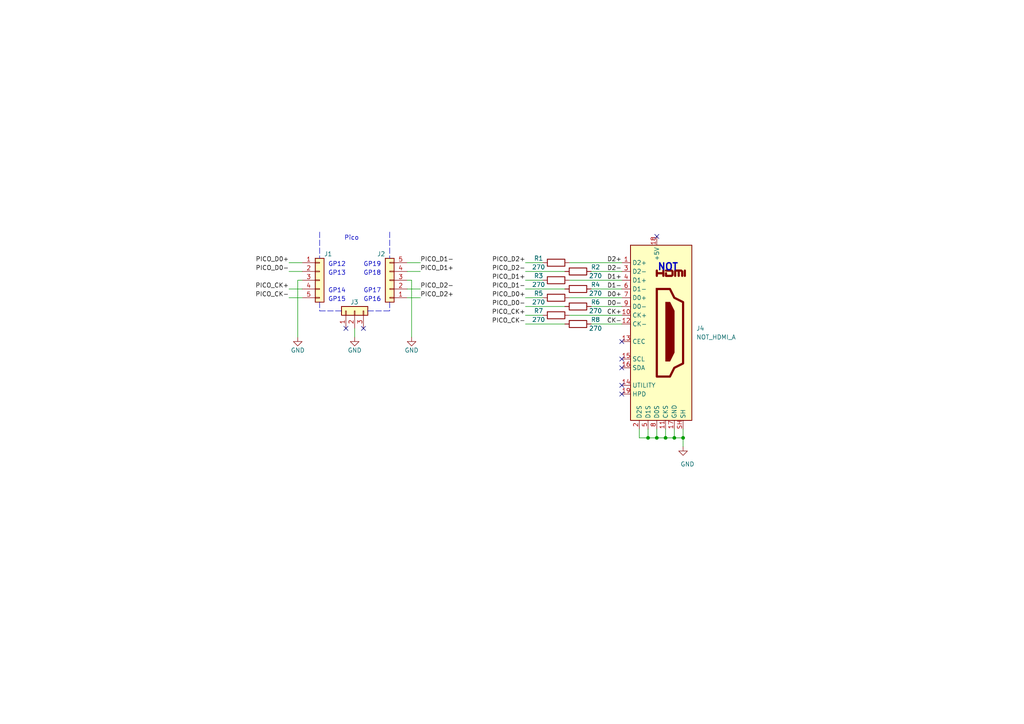
<source format=kicad_sch>
(kicad_sch (version 20210126) (generator eeschema)
  (paper "A4")
  (title_block (title "Pico DVI Sock (or Shim, or something, idk what to call it)") (date "2021-02-01") (rev "A"))
  (lib_symbols
    (symbol "Connector:HDMI_A"
      (property "Reference" "J" (at -6.35 26.67 0))
      (property "Value" "HDMI_A" (at 10.16 26.67 0))
      (symbol "HDMI_A_0_0"
        (polyline (pts (xy 8.128 16.51) (xy 8.128 18.034)) (stroke (width 0.635)))
        (polyline (pts (xy 0 16.51) (xy 0 18.034) (xy 0 17.272) (xy 1.905 17.272) (xy 1.905 18.034) (xy 1.905 16.51)) (stroke (width 0.635)))
        (polyline (pts (xy 2.667 18.034) (xy 4.318 18.034) (xy 4.572 17.78) (xy 4.572 16.764) (xy 4.318 16.51) (xy 2.667 16.51) (xy 2.667 17.272)) (stroke (width 0.635)))
      )
      (symbol "HDMI_A_0_1"
        (rectangle (start -7.62 25.4) (end 10.16 -25.4) (stroke (width 0.254)) (fill (type background)))
        (polyline (pts (xy 2.54 8.89) (xy 3.81 8.89) (xy 5.08 6.35) (xy 5.08 -5.715) (xy 3.81 -8.255) (xy 2.54 -8.255) (xy 2.54 8.89)) (fill (type outline)))
        (polyline (pts (xy 5.334 16.51) (xy 5.334 18.034) (xy 6.35 18.034) (xy 6.35 16.51) (xy 6.35 18.034) (xy 7.112 18.034) (xy 7.366 17.78) (xy 7.366 16.51)) (stroke (width 0.635)))
        (polyline (pts (xy 0 12.7) (xy 0 -12.7) (xy 3.81 -12.7) (xy 5.08 -10.16) (xy 7.62 -8.89) (xy 7.62 8.89) (xy 5.08 10.16) (xy 3.81 12.7) (xy 0 12.7)) (stroke (width 0.635)))
      )
      (symbol "HDMI_A_1_1"
        (pin passive line (at -10.16 20.32 0) (length 2.54) (name "D2+") (number "1"))
        (pin passive line (at -10.16 5.08 0) (length 2.54) (name "CK+") (number "10"))
        (pin power_in line (at 2.54 -27.94 90) (length 2.54) (name "CKS") (number "11"))
        (pin passive line (at -10.16 2.54 0) (length 2.54) (name "CK-") (number "12"))
        (pin bidirectional line (at -10.16 -2.54 0) (length 2.54) (name "CEC") (number "13"))
        (pin passive line (at -10.16 -15.24 0) (length 2.54) (name "UTILITY") (number "14"))
        (pin passive line (at -10.16 -7.62 0) (length 2.54) (name "SCL") (number "15"))
        (pin bidirectional line (at -10.16 -10.16 0) (length 2.54) (name "SDA") (number "16"))
        (pin power_in line (at 5.08 -27.94 90) (length 2.54) (name "GND") (number "17"))
        (pin power_in line (at 0 27.94 270) (length 2.54) (name "+5V") (number "18"))
        (pin passive line (at -10.16 -17.78 0) (length 2.54) (name "HPD") (number "19"))
        (pin power_in line (at -5.08 -27.94 90) (length 2.54) (name "D2S") (number "2"))
        (pin passive line (at -10.16 17.78 0) (length 2.54) (name "D2-") (number "3"))
        (pin passive line (at -10.16 15.24 0) (length 2.54) (name "D1+") (number "4"))
        (pin power_in line (at -2.54 -27.94 90) (length 2.54) (name "D1S") (number "5"))
        (pin passive line (at -10.16 12.7 0) (length 2.54) (name "D1-") (number "6"))
        (pin passive line (at -10.16 10.16 0) (length 2.54) (name "D0+") (number "7"))
        (pin power_in line (at 0 -27.94 90) (length 2.54) (name "D0S") (number "8"))
        (pin passive line (at -10.16 7.62 0) (length 2.54) (name "D0-") (number "9"))
        (pin passive line (at 7.62 -27.94 90) (length 2.54) (name "SH") (number "SH"))
      )
    )
    (symbol "Connector_Generic:Conn_01x03" (pin_names (offset 1.016) hide)
      (property "Reference" "J" (at 0 5.08 0))
      (property "Value" "Conn_01x03" (at 0 -5.08 0))
      (symbol "Conn_01x03_1_1"
        (rectangle (start -1.27 -2.413) (end 0 -2.667) (stroke (width 0.1524)))
        (rectangle (start -1.27 2.667) (end 0 2.413) (stroke (width 0.1524)))
        (rectangle (start -1.27 3.81) (end 1.27 -3.81) (stroke (width 0.254)) (fill (type background)))
        (rectangle (start -1.27 0.127) (end 0 -0.127) (stroke (width 0.1524)))
        (pin passive line (at -5.08 2.54 0) (length 3.81) (name "Pin_1") (number "1"))
        (pin passive line (at -5.08 0 0) (length 3.81) (name "Pin_2") (number "2"))
        (pin passive line (at -5.08 -2.54 0) (length 3.81) (name "Pin_3") (number "3"))
      )
    )
    (symbol "Connector_Generic:Conn_01x05" (pin_names (offset 1.016) hide)
      (property "Reference" "J" (at 0 7.62 0))
      (property "Value" "Conn_01x05" (at 0 -7.62 0))
      (symbol "Conn_01x05_1_1"
        (rectangle (start -1.27 -4.953) (end 0 -5.207) (stroke (width 0.1524)))
        (rectangle (start -1.27 -2.413) (end 0 -2.667) (stroke (width 0.1524)))
        (rectangle (start -1.27 2.667) (end 0 2.413) (stroke (width 0.1524)))
        (rectangle (start -1.27 5.207) (end 0 4.953) (stroke (width 0.1524)))
        (rectangle (start -1.27 6.35) (end 1.27 -6.35) (stroke (width 0.254)) (fill (type background)))
        (rectangle (start -1.27 0.127) (end 0 -0.127) (stroke (width 0.1524)))
        (pin passive line (at -5.08 5.08 0) (length 3.81) (name "Pin_1") (number "1"))
        (pin passive line (at -5.08 2.54 0) (length 3.81) (name "Pin_2") (number "2"))
        (pin passive line (at -5.08 0 0) (length 3.81) (name "Pin_3") (number "3"))
        (pin passive line (at -5.08 -2.54 0) (length 3.81) (name "Pin_4") (number "4"))
        (pin passive line (at -5.08 -5.08 0) (length 3.81) (name "Pin_5") (number "5"))
      )
    )
    (symbol "Device:R" (pin_numbers hide) (pin_names (offset 0))
      (property "Reference" "R" (at 2.032 0 90))
      (property "Value" "R" (at 0 0 90))
      (symbol "R_0_1"
        (rectangle (start -1.016 -2.54) (end 1.016 2.54) (stroke (width 0.254)))
      )
      (symbol "R_1_1"
        (pin passive line (at 0 3.81 270) (length 1.27) (name "~") (number "1"))
        (pin passive line (at 0 -3.81 90) (length 1.27) (name "~") (number "2"))
      )
    )
    (symbol "power:GND" (power) (pin_names (offset 0))
      (property "Value" "GND" (at 0 -3.81 0))
      (symbol "GND_0_1"
        (polyline (pts (xy 0 0) (xy 0 -1.27) (xy 1.27 -1.27) (xy 0 -2.54) (xy -1.27 -1.27) (xy 0 -1.27)))
      )
      (symbol "GND_1_1"
        (pin power_in line (at 0 0 270) (length 0) hide (name "GND") (number "1"))
      )
    )
  )
  (junction (at 187.96 127) (diameter 0.9144))
  (junction (at 190.5 127) (diameter 0.9144))
  (junction (at 193.04 127) (diameter 0.9144))
  (junction (at 195.58 127) (diameter 0.9144))
  (junction (at 198.12 127) (diameter 0.9144))
  (no_connect (at 100.33 95.25))
  (no_connect (at 105.41 95.25))
  (no_connect (at 180.34 99.06))
  (no_connect (at 180.34 104.14))
  (no_connect (at 180.34 106.68))
  (no_connect (at 180.34 111.76))
  (no_connect (at 180.34 114.3))
  (no_connect (at 190.5 68.58))
  (wire (pts (xy 83.82 76.2) (xy 87.63 76.2)))
  (wire (pts (xy 83.82 78.74) (xy 87.63 78.74)))
  (wire (pts (xy 83.82 83.82) (xy 87.63 83.82)))
  (wire (pts (xy 83.82 86.36) (xy 87.63 86.36)))
  (wire (pts (xy 86.36 81.28) (xy 86.36 97.79)))
  (wire (pts (xy 87.63 81.28) (xy 86.36 81.28)))
  (wire (pts (xy 102.87 95.25) (xy 102.87 97.79)))
  (wire (pts (xy 118.11 76.2) (xy 121.92 76.2)))
  (wire (pts (xy 118.11 78.74) (xy 121.92 78.74)))
  (wire (pts (xy 118.11 81.28) (xy 119.38 81.28)))
  (wire (pts (xy 118.11 83.82) (xy 121.92 83.82)))
  (wire (pts (xy 118.11 86.36) (xy 121.92 86.36)))
  (wire (pts (xy 119.38 81.28) (xy 119.38 97.79)))
  (wire (pts (xy 152.4 76.2) (xy 157.48 76.2)))
  (wire (pts (xy 152.4 78.74) (xy 163.83 78.74)))
  (wire (pts (xy 152.4 81.28) (xy 157.48 81.28)))
  (wire (pts (xy 152.4 83.82) (xy 163.83 83.82)))
  (wire (pts (xy 152.4 86.36) (xy 157.48 86.36)))
  (wire (pts (xy 152.4 88.9) (xy 163.83 88.9)))
  (wire (pts (xy 152.4 91.44) (xy 157.48 91.44)))
  (wire (pts (xy 152.4 93.98) (xy 163.83 93.98)))
  (wire (pts (xy 165.1 76.2) (xy 180.34 76.2)))
  (wire (pts (xy 165.1 81.28) (xy 180.34 81.28)))
  (wire (pts (xy 165.1 86.36) (xy 180.34 86.36)))
  (wire (pts (xy 165.1 91.44) (xy 180.34 91.44)))
  (wire (pts (xy 171.45 78.74) (xy 180.34 78.74)))
  (wire (pts (xy 171.45 83.82) (xy 180.34 83.82)))
  (wire (pts (xy 171.45 88.9) (xy 180.34 88.9)))
  (wire (pts (xy 171.45 93.98) (xy 180.34 93.98)))
  (wire (pts (xy 185.42 124.46) (xy 185.42 127)))
  (wire (pts (xy 185.42 127) (xy 187.96 127)))
  (wire (pts (xy 187.96 124.46) (xy 187.96 127)))
  (wire (pts (xy 187.96 127) (xy 190.5 127)))
  (wire (pts (xy 190.5 124.46) (xy 190.5 127)))
  (wire (pts (xy 190.5 127) (xy 193.04 127)))
  (wire (pts (xy 193.04 124.46) (xy 193.04 127)))
  (wire (pts (xy 193.04 127) (xy 195.58 127)))
  (wire (pts (xy 195.58 124.46) (xy 195.58 127)))
  (wire (pts (xy 195.58 127) (xy 198.12 127)))
  (wire (pts (xy 198.12 124.46) (xy 198.12 127)))
  (wire (pts (xy 198.12 127) (xy 198.12 129.54)))
  (polyline (pts (xy 92.71 67.31) (xy 92.71 74.93)) (stroke (width 0) (type dash)))
  (polyline (pts (xy 92.71 87.63) (xy 92.71 90.17)) (stroke (width 0) (type dash)))
  (polyline (pts (xy 92.71 90.17) (xy 99.06 90.17)) (stroke (width 0) (type dash)))
  (polyline (pts (xy 106.68 90.17) (xy 113.03 90.17)) (stroke (width 0) (type dash)))
  (polyline (pts (xy 113.03 67.31) (xy 113.03 74.93)) (stroke (width 0) (type dash)))
  (polyline (pts (xy 113.03 87.63) (xy 113.03 90.17)) (stroke (width 0) (type dash)))
  (text "GP12" (at 100.33 77.47 180) (effects (font (size 1.27 1.27)) (justify right bottom)))
  (text "GP13" (at 100.33 80.01 180) (effects (font (size 1.27 1.27)) (justify right bottom)))
  (text "GP14" (at 100.33 85.09 180) (effects (font (size 1.27 1.27)) (justify right bottom)))
  (text "GP15" (at 100.33 87.63 180) (effects (font (size 1.27 1.27)) (justify right bottom)))
  (text "Pico" (at 104.14 69.85 180) (effects (font (size 1.27 1.27)) (justify right bottom)))
  (text "GP19" (at 105.41 77.47 0) (effects (font (size 1.27 1.27)) (justify left bottom)))
  (text "GP18" (at 105.41 80.01 0) (effects (font (size 1.27 1.27)) (justify left bottom)))
  (text "GP17" (at 105.41 85.09 0) (effects (font (size 1.27 1.27)) (justify left bottom)))
  (text "GP16" (at 105.41 87.63 0) (effects (font (size 1.27 1.27)) (justify left bottom)))
  (text "NOT" (at 196.85 78.74 180) (effects (font (size 2 2) (thickness 0.4) bold) (justify right bottom)))
  (label "PICO_D0+" (at 83.82 76.2 180))
  (label "PICO_D0-" (at 83.82 78.74 180))
  (label "PICO_CK+" (at 83.82 83.82 180))
  (label "PICO_CK-" (at 83.82 86.36 180))
  (label "PICO_D1-" (at 121.92 76.2 0))
  (label "PICO_D1+" (at 121.92 78.74 0))
  (label "PICO_D2-" (at 121.92 83.82 0))
  (label "PICO_D2+" (at 121.92 86.36 0))
  (label "PICO_D2+" (at 152.4 76.2 180))
  (label "PICO_D2-" (at 152.4 78.74 180))
  (label "PICO_D1+" (at 152.4 81.28 180))
  (label "PICO_D1-" (at 152.4 83.82 180))
  (label "PICO_D0+" (at 152.4 86.36 180))
  (label "PICO_D0-" (at 152.4 88.9 180))
  (label "PICO_CK+" (at 152.4 91.44 180))
  (label "PICO_CK-" (at 152.4 93.98 180))
  (label "D2+" (at 180.34 76.2 180))
  (label "D2-" (at 180.34 78.74 180))
  (label "D1+" (at 180.34 81.28 180))
  (label "D1-" (at 180.34 83.82 180))
  (label "D0+" (at 180.34 86.36 180))
  (label "D0-" (at 180.34 88.9 180))
  (label "CK+" (at 180.34 91.44 180))
  (label "CK-" (at 180.34 93.98 180))
  (symbol (lib_id "power:GND") (at 86.36 97.79 0) (unit 1)
    (property "Reference" "#PWR01" (effects hide))
    (property "Value" "GND" (at 86.36 101.6 0))
  )
  (symbol (lib_id "power:GND") (at 102.87 97.79 0) (unit 1)
    (property "Reference" "#PWR02" (effects hide))
    (property "Value" "GND" (at 102.87 101.6 0))
  )
  (symbol (lib_id "power:GND") (at 119.38 97.79 0) (unit 1)
    (property "Reference" "#PWR03" (effects hide))
    (property "Value" "GND" (at 119.38 101.6 0))
  )
  (symbol (lib_id "power:GND") (at 198.12 129.54 0) (unit 1)
    (property "Reference" "#PWR04" (effects hide))
    (property "Value" "GND" (at 199.39 134.62 0))
  )
  (symbol (lib_id "Device:R") (at 161.29 76.2 90) (unit 1)
    (property "Reference" "R1" (at 156.21 74.93 90))
    (property "Value" "270" (at 156.21 77.47 90))
    (property "Footprint" "Resistor_SMD:R_0402_1005Metric" (effects hide))
  )
  (symbol (lib_id "Device:R") (at 161.29 81.28 90) (unit 1)
    (property "Reference" "R3" (at 156.21 80.01 90))
    (property "Value" "270" (at 156.21 82.55 90))
    (property "Footprint" "Resistor_SMD:R_0402_1005Metric" (effects hide))
  )
  (symbol (lib_id "Device:R") (at 161.29 86.36 90) (unit 1)
    (property "Reference" "R5" (at 156.21 85.09 90))
    (property "Value" "270" (at 156.21 87.63 90))
    (property "Footprint" "Resistor_SMD:R_0402_1005Metric" (effects hide))
  )
  (symbol (lib_id "Device:R") (at 161.29 91.44 90) (unit 1)
    (property "Reference" "R7" (at 156.21 90.17 90))
    (property "Value" "270" (at 156.21 92.71 90))
    (property "Footprint" "Resistor_SMD:R_0402_1005Metric" (effects hide))
  )
  (symbol (lib_id "Device:R") (at 167.64 78.74 90) (unit 1)
    (property "Reference" "R2" (at 172.72 77.47 90))
    (property "Value" "270" (at 172.72 80.01 90))
    (property "Footprint" "Resistor_SMD:R_0402_1005Metric" (effects hide))
  )
  (symbol (lib_id "Device:R") (at 167.64 83.82 90) (unit 1)
    (property "Reference" "R4" (at 172.72 82.55 90))
    (property "Value" "270" (at 172.72 85.09 90))
    (property "Footprint" "Resistor_SMD:R_0402_1005Metric" (effects hide))
  )
  (symbol (lib_id "Device:R") (at 167.64 88.9 90) (unit 1)
    (property "Reference" "R6" (at 172.72 87.63 90))
    (property "Value" "270" (at 172.72 90.17 90))
    (property "Footprint" "Resistor_SMD:R_0402_1005Metric" (effects hide))
  )
  (symbol (lib_id "Device:R") (at 167.64 93.98 90) (unit 1)
    (property "Reference" "R8" (at 172.72 92.71 90))
    (property "Value" "270" (at 172.72 95.25 90))
    (property "Footprint" "Resistor_SMD:R_0402_1005Metric" (effects hide))
  )
  (symbol (lib_id "Connector_Generic:Conn_01x03") (at 102.87 90.17 90) (unit 1)
    (property "Reference" "J3" (at 101.6 87.63 90) (effects (justify right)))
    (property "Value" "Conn_01x03" (effects hide))
    (property "Footprint" "dvi-sock:castellated_2.54mm_smd_x3" (effects hide))
  )
  (symbol (lib_id "Connector_Generic:Conn_01x05") (at 92.71 81.28 0) (unit 1)
    (property "Reference" "J1" (at 93.98 73.66 0) (effects (justify left)))
    (property "Value" "Conn_01x05" (effects hide))
    (property "Footprint" "dvi-sock:castellated_2.54mm_smd_x5" (effects hide))
  )
  (symbol (lib_id "Connector_Generic:Conn_01x05") (at 113.03 81.28 180) (unit 1)
    (property "Reference" "J2" (at 111.76 73.66 0) (effects (justify left)))
    (property "Value" "Conn_01x05" (effects hide))
    (property "Footprint" "dvi-sock:castellated_2.54mm_smd_x5" (effects hide))
  )
  (symbol (lib_id "Connector:HDMI_A") (at 190.5 96.52 0) (unit 1)
    (property "Reference" "J4" (at 201.93 95.25 0) (effects (justify left)))
    (property "Value" "NOT_HDMI_A" (at 201.93 97.79 0) (effects (justify left)))
    (property "Footprint" "dvi-sock:HDMI-SS-53000" (effects hide))
    (property "Datasheet" "https://en.wikipedia.org/wiki/HDMI" (effects hide))
  )
)
</source>
